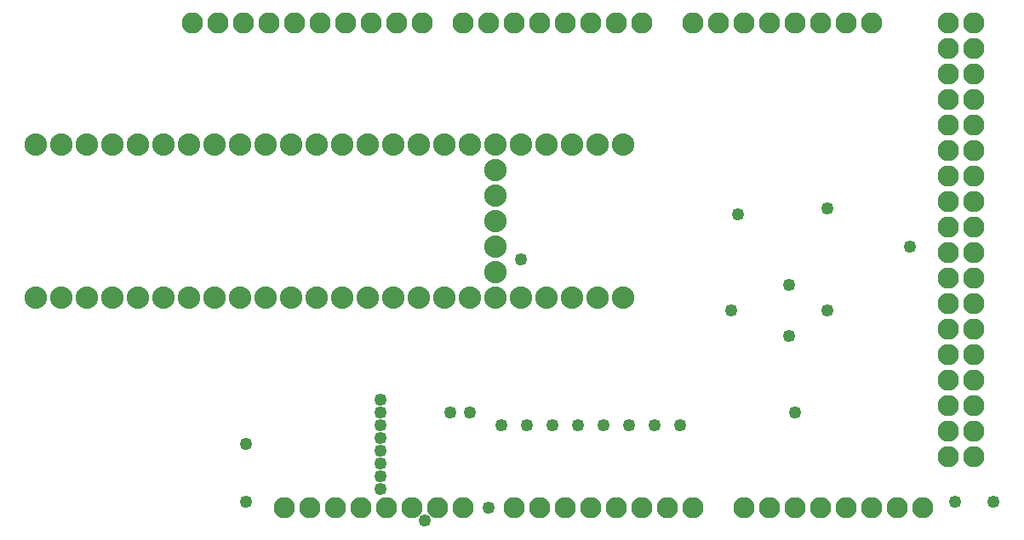
<source format=gbs>
G04 MADE WITH FRITZING*
G04 WWW.FRITZING.ORG*
G04 DOUBLE SIDED*
G04 HOLES PLATED*
G04 CONTOUR ON CENTER OF CONTOUR VECTOR*
%ASAXBY*%
%FSLAX23Y23*%
%MOIN*%
%OFA0B0*%
%SFA1.0B1.0*%
%ADD10C,0.049370*%
%ADD11C,0.082917*%
%ADD12C,0.088000*%
%LNMASK0*%
G90*
G70*
G54D10*
X3228Y867D03*
X1478Y467D03*
X1478Y417D03*
X1478Y367D03*
X1478Y317D03*
X1478Y517D03*
X1478Y267D03*
X1478Y217D03*
X1478Y167D03*
X2878Y1242D03*
X3228Y1267D03*
X2053Y417D03*
X1953Y417D03*
X2153Y417D03*
X2253Y417D03*
X2353Y417D03*
X2453Y417D03*
X2553Y417D03*
X2653Y417D03*
X1753Y467D03*
X1828Y467D03*
X3078Y767D03*
X3103Y467D03*
X3078Y967D03*
X3728Y117D03*
X3878Y117D03*
X2028Y1067D03*
X953Y117D03*
X953Y342D03*
X1903Y92D03*
X3553Y1117D03*
X2853Y867D03*
G54D11*
X3003Y92D03*
X1403Y92D03*
X3103Y92D03*
X3203Y92D03*
X3303Y92D03*
X3403Y92D03*
X3703Y1492D03*
X3503Y92D03*
X3603Y92D03*
X1443Y1992D03*
X2003Y92D03*
X2103Y92D03*
X2203Y92D03*
X2303Y92D03*
X3703Y692D03*
X2403Y92D03*
X2503Y92D03*
X2603Y92D03*
X2703Y92D03*
X2203Y1992D03*
X3703Y1892D03*
X3703Y1092D03*
X3703Y292D03*
X1043Y1992D03*
X1803Y92D03*
X1803Y1992D03*
X3703Y1692D03*
X3703Y1292D03*
X3703Y892D03*
X3403Y1992D03*
X3703Y492D03*
X3303Y1992D03*
X3203Y1992D03*
X3103Y1992D03*
X3003Y1992D03*
X2903Y1992D03*
X2803Y1992D03*
X2703Y1992D03*
X843Y1992D03*
X1243Y1992D03*
X1643Y1992D03*
X1203Y92D03*
X1603Y92D03*
X2403Y1992D03*
X2003Y1992D03*
X3703Y1992D03*
X3703Y1792D03*
X3703Y1592D03*
X3703Y1392D03*
X3703Y1192D03*
X3703Y992D03*
X3703Y792D03*
X3703Y592D03*
X3703Y392D03*
X743Y1992D03*
X943Y1992D03*
X1143Y1992D03*
X1343Y1992D03*
X1543Y1992D03*
X1103Y92D03*
X1303Y92D03*
X1503Y92D03*
X1703Y92D03*
X2503Y1992D03*
X2303Y1992D03*
X2103Y1992D03*
X1903Y1992D03*
X3803Y1992D03*
X3803Y1892D03*
X3803Y1792D03*
X3803Y1692D03*
X3803Y1592D03*
X3803Y1492D03*
X3803Y1392D03*
X3803Y1292D03*
X3803Y1192D03*
X3803Y1092D03*
X3803Y992D03*
X3803Y892D03*
X3803Y792D03*
X3803Y692D03*
X3803Y592D03*
X3803Y492D03*
X3803Y392D03*
X3803Y292D03*
X2903Y92D03*
G54D12*
X2428Y1517D03*
X2328Y1517D03*
X2228Y1517D03*
X2128Y1517D03*
X2028Y1517D03*
X1928Y1517D03*
X1828Y1517D03*
X1728Y1517D03*
X1628Y1517D03*
X1528Y1517D03*
X1428Y1517D03*
X1328Y1517D03*
X1228Y1517D03*
X1128Y1517D03*
X1028Y1517D03*
X928Y1517D03*
X828Y1517D03*
X728Y1517D03*
X628Y1517D03*
X528Y1517D03*
X428Y1517D03*
X328Y1517D03*
X228Y1517D03*
X128Y1517D03*
X128Y917D03*
X228Y917D03*
X328Y917D03*
X428Y917D03*
X528Y917D03*
X628Y917D03*
X728Y917D03*
X828Y917D03*
X928Y917D03*
X1028Y917D03*
X1128Y917D03*
X1228Y917D03*
X1328Y917D03*
X1428Y917D03*
X1528Y917D03*
X1628Y917D03*
X1728Y917D03*
X1828Y917D03*
X1928Y917D03*
X2028Y917D03*
X2128Y917D03*
X2228Y917D03*
X2328Y917D03*
X2428Y917D03*
X1928Y1417D03*
X1928Y1317D03*
X1928Y1217D03*
X1928Y1117D03*
X1928Y1017D03*
G54D10*
X1653Y42D03*
G04 End of Mask0*
M02*
</source>
